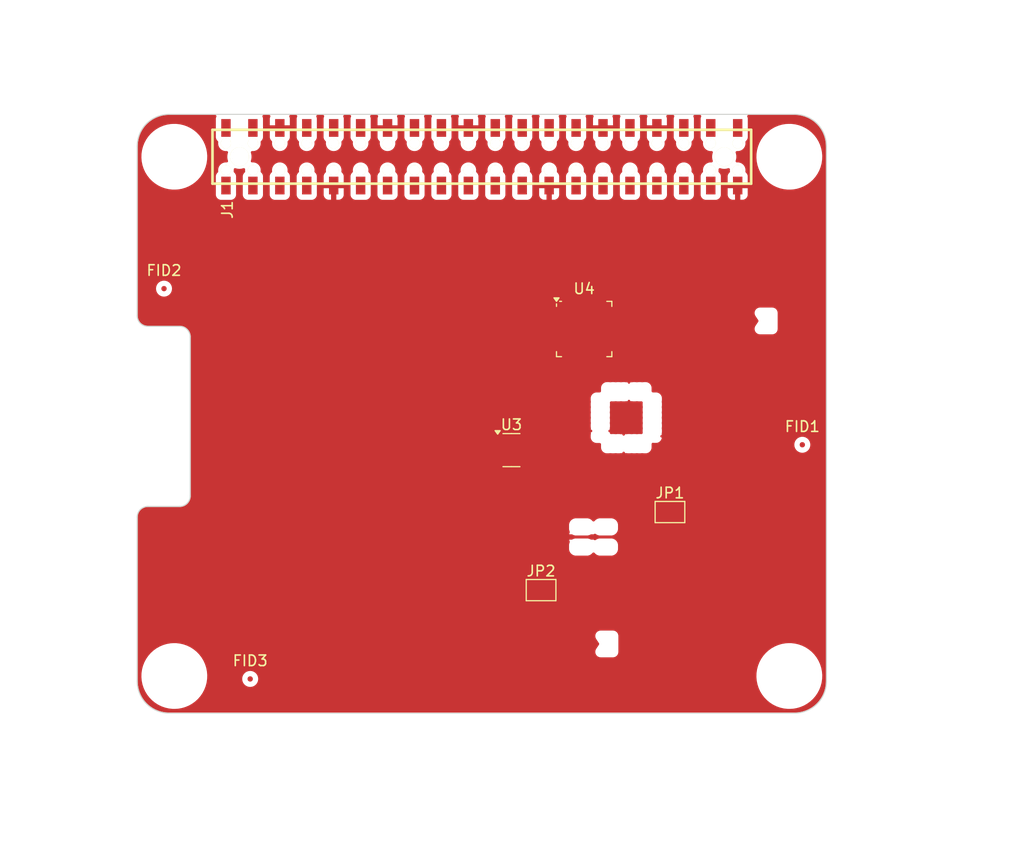
<source format=kicad_pcb>
(kicad_pcb (version 20221018) (generator pcbnew)
  (layers (0 "F.Cu" signal) (31 "B.Cu" signal) (34 "B.Paste" user) (35 "F.Paste" user) (36 "B.SilkS" user "B.Silkscreen") (37 "F.SilkS" user "F.Silkscreen") (38 "B.Mask" user) (39 "F.Mask" user) (44 "Edge.Cuts" user))
  (net 0 "")
  (net 1 "+3V3")
  (net 3 "+5V")
  (net 4 "/BCM_SDA")
  (net 6 "/BCM_SCL")
  (net 9 "/BCM_I2S_WCLK")
  (net 11 "/BCM_I2S_IN")
  (net 16 "/BCM_I2S_OUT")
  (net 17 "/BCM_CLK_25MHZ")
  (net 19 "Net-(JP2-B)")
  (net 20 "/BCM1_ID_SDA")
  (net 22 "/BCM1_ID_SCL")
  (net 23 "/BCM_GPIO13")
  (net 24 "Net-(JP1-B)")
  (net 33 "GND")
  (net 34 "Net-(U4-MCLK)")
  (net 36 "Net-(U4-WCLK)")
  (net 37 "Net-(U4-DIN{slash}MFP1)")
  (net 38 "Net-(U4-DOUT{slash}MFP2)")
  (net 45 "Net-(U4-REF)")
  (net 49 "Net-(U4-LOL)")
  (net 50 "Net-(U4-LOR)")
  (net 51 "Net-(U4-AVdd_OUT)")
  (net 54 "Net-(U4-DVdd_OUT)")
  (footprint "rpi_sa8x8hat:RPi_Hat_Mounting_Hole" (layer "F.Cu") (at 147.618 83.82)
    (fp_text reference "H2" hide)
    (fp_text value "MountingHole_Pad" hide)
    (pad "" np_thru_hole circle locked (at 0 0) (size 2.75 2.75) (drill 2.75) (layers "*.Cu" "*.Mask") (clearance 1.725))
    (pad "1" thru_hole circle locked (at 0 0) (size 1.524 1.524) (drill 0.762) (layers "*.Cu" "*.Mask") (net 33 "GND"))
  )
  (footprint "rpi_sa8x8hat:RPi_Hat_Mounting_Hole" (layer "F.Cu") (at 89.618 83.82)
    (fp_text reference "H1" hide)
    (fp_text value "MountingHole_Pad" hide)
    (pad "" np_thru_hole circle locked (at 0 0) (size 2.75 2.75) (drill 2.75) (layers "*.Cu" "*.Mask") (clearance 1.725))
    (pad "1" thru_hole circle locked (at 0 0) (size 1.524 1.524) (drill 0.762) (layers "*.Cu" "*.Mask") (net 33 "GND"))
  )
  (footprint "rpi_sa8x8hat:RPi_Hat_Mounting_Hole" (layer "F.Cu") (at 89.618 132.82)
    (fp_text reference "H3" hide)
    (fp_text value "MountingHole_Pad" hide)
    (pad "" np_thru_hole circle locked (at 0 0) (size 2.75 2.75) (drill 2.75) (layers "*.Cu" "*.Mask") (clearance 1.725))
    (pad "1" thru_hole circle locked (at 0 0) (size 1.524 1.524) (drill 0.762) (layers "*.Cu" "*.Mask") (net 33 "GND"))
  )
  (footprint "rpi_sa8x8hat:RPi_Hat_Mounting_Hole" (layer "F.Cu") (at 147.618 132.82)
    (fp_text reference "H4" hide)
    (fp_text value "MountingHole_Pad" hide)
    (pad "" np_thru_hole circle locked (at 0 0) (size 2.75 2.75) (drill 2.75) (layers "*.Cu" "*.Mask") (clearance 1.725))
    (pad "1" thru_hole circle locked (at 0 0) (size 1.524 1.524) (drill 0.762) (layers "*.Cu" "*.Mask") (net 33 "GND"))
  )
  (footprint "rpi_sa8x8hat:Samtec_HLE-120-02-XXX-DV-BE-XX-XX" (layer "F.Cu") (at 118.618 83.82 90)
    (fp_text reference "J1" (at -5 -24 90) (layer "F.SilkS"))
    (fp_text value "RPi_GPIO")
    (fp_line (start -2.54 -25.4) (end 2.54 -25.4) (stroke (width 0.254)) (layer "F.SilkS"))
    (fp_line (start -2.54 25.4) (end -2.54 -25.4) (stroke (width 0.254)) (layer "F.SilkS"))
    (fp_line (start 2.54 -25.4) (end 2.54 25.4) (stroke (width 0.254)) (layer "F.SilkS"))
    (fp_line (start 2.54 25.4) (end -2.54 25.4) (stroke (width 0.254)) (layer "F.SilkS"))
    (pad "" np_thru_hole circle locked (at -1.27 -24.13) (size 0.9652 0.9652) (drill 0.9652) (layers "*.Cu" "*.Mask" "F.SilkS"))
    (pad "" np_thru_hole circle locked (at -1.27 -21.59) (size 0.9652 0.9652) (drill 0.9652) (layers "*.Cu" "*.Mask" "F.SilkS"))
    (pad "" np_thru_hole circle locked (at -1.27 -19.05) (size 0.9652 0.9652) (drill 0.9652) (layers "*.Cu" "*.Mask" "F.SilkS"))
    (pad "" np_thru_hole circle locked (at -1.27 -16.51) (size 0.9652 0.9652) (drill 0.9652) (layers "*.Cu" "*.Mask" "F.SilkS"))
    (pad "" np_thru_hole circle locked (at -1.27 -13.97) (size 0.9652 0.9652) (drill 0.9652) (layers "*.Cu" "*.Mask" "F.SilkS"))
    (pad "" np_thru_hole circle locked (at -1.27 -11.43) (size 0.9652 0.9652) (drill 0.9652) (layers "*.Cu" "*.Mask" "F.SilkS"))
    (pad "" np_thru_hole circle locked (at -1.27 -8.89) (size 0.9652 0.9652) (drill 0.9652) (layers "*.Cu" "*.Mask" "F.SilkS"))
    (pad "" np_thru_hole circle locked (at -1.27 -6.35) (size 0.9652 0.9652) (drill 0.9652) (layers "*.Cu" "*.Mask" "F.SilkS"))
    (pad "" np_thru_hole circle locked (at -1.27 -3.81) (size 0.9652 0.9652) (drill 0.9652) (layers "*.Cu" "*.Mask" "F.SilkS"))
    (pad "" np_thru_hole circle locked (at -1.27 -1.27) (size 0.9652 0.9652) (drill 0.9652) (layers "*.Cu" "*.Mask" "F.SilkS"))
    (pad "" np_thru_hole circle locked (at -1.27 1.27) (size 0.9652 0.9652) (drill 0.9652) (layers "*.Cu" "*.Mask" "F.SilkS"))
    (pad "" np_thru_hole circle locked (at -1.27 3.81) (size 0.9652 0.9652) (drill 0.9652) (layers "*.Cu" "*.Mask" "F.SilkS"))
    (pad "" np_thru_hole circle locked (at -1.27 6.35) (size 0.9652 0.9652) (drill 0.9652) (layers "*.Cu" "*.Mask" "F.SilkS"))
    (pad "" np_thru_hole circle locked (at -1.27 8.89) (size 0.9652 0.9652) (drill 0.9652) (layers "*.Cu" "*.Mask" "F.SilkS"))
    (pad "" np_thru_hole circle locked (at -1.27 11.43) (size 0.9652 0.9652) (drill 0.9652) (layers "*.Cu" "*.Mask" "F.SilkS"))
    (pad "" np_thru_hole circle locked (at -1.27 13.97) (size 0.9652 0.9652) (drill 0.9652) (layers "*.Cu" "*.Mask" "F.SilkS"))
    (pad "" np_thru_hole circle locked (at -1.27 16.51) (size 0.9652 0.9652) (drill 0.9652) (layers "*.Cu" "*.Mask" "F.SilkS"))
    (pad "" np_thru_hole circle locked (at -1.27 19.05) (size 0.9652 0.9652) (drill 0.9652) (layers "*.Cu" "*.Mask" "F.SilkS"))
    (pad "" np_thru_hole circle locked (at -1.27 21.59) (size 0.9652 0.9652) (drill 0.9652) (layers "*.Cu" "*.Mask" "F.SilkS"))
    (pad "" np_thru_hole circle locked (at -1.27 24.13) (size 0.9652 0.9652) (drill 0.9652) (layers "*.Cu" "*.Mask" "F.SilkS"))
    (pad "" np_thru_hole circle locked (at 0 -22.86) (size 1.778 1.778) (drill 1.778) (layers "*.Cu" "*.Mask" "F.SilkS"))
    (pad "" np_thru_hole circle locked (at 0 22.86) (size 1.778 1.778) (drill 1.778) (layers "*.Cu" "*.Mask" "F.SilkS"))
    (pad "" np_thru_hole circle locked (at 1.27 -24.13) (size 0.9652 0.9652) (drill 0.9652) (layers "*.Cu" "*.Mask" "F.SilkS"))
    (pad "" np_thru_hole circle locked (at 1.27 -21.59) (size 0.9652 0.9652) (drill 0.9652) (layers "*.Cu" "*.Mask" "F.SilkS"))
    (pad "" np_thru_hole circle locked (at 1.27 -19.05) (size 0.9652 0.9652) (drill 0.9652) (layers "*.Cu" "*.Mask" "F.SilkS"))
    (pad "" np_thru_hole circle locked (at 1.27 -16.51) (size 0.9652 0.9652) (drill 0.9652) (layers "*.Cu" "*.Mask" "F.SilkS"))
    (pad "" np_thru_hole circle locked (at 1.27 -13.97) (size 0.9652 0.9652) (drill 0.9652) (layers "*.Cu" "*.Mask" "F.SilkS"))
    (pad "" np_thru_hole circle locked (at 1.27 -11.43) (size 0.9652 0.9652) (drill 0.9652) (layers "*.Cu" "*.Mask" "F.SilkS"))
    (pad "" np_thru_hole circle locked (at 1.27 -8.89) (size 0.9652 0.9652) (drill 0.9652) (layers "*.Cu" "*.Mask" "F.SilkS"))
    (pad "" np_thru_hole circle locked (at 1.27 -6.35) (size 0.9652 0.9652) (drill 0.9652) (layers "*.Cu" "*.Mask" "F.SilkS"))
    (pad "" np_thru_hole circle locked (at 1.27 -3.81) (size 0.9652 0.9652) (drill 0.9652) (layers "*.Cu" "*.Mask" "F.SilkS"))
    (pad "" np_thru_hole circle locked (at 1.27 -1.27) (size 0.9652 0.9652) (drill 0.9652) (layers "*.Cu" "*.Mask" "F.SilkS"))
    (pad "" np_thru_hole circle locked (at 1.27 1.27) (size 0.9652 0.9652) (drill 0.9652) (layers "*.Cu" "*.Mask" "F.SilkS"))
    (pad "" np_thru_hole circle locked (at 1.27 3.81) (size 0.9652 0.9652) (drill 0.9652) (layers "*.Cu" "*.Mask" "F.SilkS"))
    (pad "" np_thru_hole circle locked (at 1.27 6.35) (size 0.9652 0.9652) (drill 0.9652) (layers "*.Cu" "*.Mask" "F.SilkS"))
    (pad "" np_thru_hole circle locked (at 1.27 8.89) (size 0.9652 0.9652) (drill 0.9652) (layers "*.Cu" "*.Mask" "F.SilkS"))
    (pad "" np_thru_hole circle locked (at 1.27 11.43) (size 0.9652 0.9652) (drill 0.9652) (layers "*.Cu" "*.Mask" "F.SilkS"))
    (pad "" np_thru_hole circle locked (at 1.27 13.97) (size 0.9652 0.9652) (drill 0.9652) (layers "*.Cu" "*.Mask" "F.SilkS"))
    (pad "" np_thru_hole circle locked (at 1.27 16.51) (size 0.9652 0.9652) (drill 0.9652) (layers "*.Cu" "*.Mask" "F.SilkS"))
    (pad "" np_thru_hole circle locked (at 1.27 19.05) (size 0.9652 0.9652) (drill 0.9652) (layers "*.Cu" "*.Mask" "F.SilkS"))
    (pad "" np_thru_hole circle locked (at 1.27 21.59) (size 0.9652 0.9652) (drill 0.9652) (layers "*.Cu" "*.Mask" "F.SilkS"))
    (pad "" np_thru_hole circle locked (at 1.27 24.13) (size 0.9652 0.9652) (drill 0.9652) (layers "*.Cu" "*.Mask" "F.SilkS"))
    (pad "1" smd rect locked (at -2.7178 -24.13 180) (size 0.889 1.6764) (layers "F.Cu" "F.Paste" "F.Mask") (net 1 "+3V3"))
    (pad "2" smd rect locked (at 2.7178 -24.13 180) (size 0.889 1.6764) (layers "F.Cu" "F.Paste" "F.Mask") (net 3 "+5V"))
    (pad "3" smd rect locked (at -2.7178 -21.59 180) (size 0.889 1.6764) (layers "F.Cu" "F.Paste" "F.Mask") (net 4 "/BCM_SDA"))
    (pad "4" smd rect locked (at 2.7178 -21.59 180) (size 0.889 1.6764) (layers "F.Cu" "F.Paste" "F.Mask") (net 3 "+5V"))
    (pad "5" smd rect locked (at -2.7178 -19.05 180) (size 0.889 1.6764) (layers "F.Cu" "F.Paste" "F.Mask") (net 6 "/BCM_SCL"))
    (pad "6" smd rect locked (at 2.7178 -19.05 180) (size 0.889 1.6764) (layers "F.Cu" "F.Paste" "F.Mask") (net 33 "GND"))
    (pad "7" smd rect locked (at -2.7178 -16.51 180) (size 0.889 1.6764) (layers "F.Cu" "F.Paste" "F.Mask") (net 17 "/BCM_CLK_25MHZ"))
    (pad "8" smd rect locked (at 2.7178 -16.51 180) (size 0.889 1.6764) (layers "F.Cu" "F.Paste" "F.Mask"))
    (pad "9" smd rect locked (at -2.7178 -13.97 180) (size 0.889 1.6764) (layers "F.Cu" "F.Paste" "F.Mask") (net 33 "GND"))
    (pad "10" smd rect locked (at 2.7178 -13.97 180) (size 0.889 1.6764) (layers "F.Cu" "F.Paste" "F.Mask"))
    (pad "11" smd rect locked (at -2.7178 -11.43 180) (size 0.889 1.6764) (layers "F.Cu" "F.Paste" "F.Mask"))
    (pad "12" smd rect locked (at 2.7178 -11.43 180) (size 0.889 1.6764) (layers "F.Cu" "F.Paste" "F.Mask"))
    (pad "13" smd rect locked (at -2.7178 -8.89 180) (size 0.889 1.6764) (layers "F.Cu" "F.Paste" "F.Mask"))
    (pad "14" smd rect locked (at 2.7178 -8.89 180) (size 0.889 1.6764) (layers "F.Cu" "F.Paste" "F.Mask") (net 33 "GND"))
    (pad "15" smd rect locked (at -2.7178 -6.35 180) (size 0.889 1.6764) (layers "F.Cu" "F.Paste" "F.Mask"))
    (pad "16" smd rect locked (at 2.7178 -6.35 180) (size 0.889 1.6764) (layers "F.Cu" "F.Paste" "F.Mask"))
    (pad "17" smd rect locked (at -2.7178 -3.81 180) (size 0.889 1.6764) (layers "F.Cu" "F.Paste" "F.Mask") (net 1 "+3V3"))
    (pad "18" smd rect locked (at 2.7178 -3.81 180) (size 0.889 1.6764) (layers "F.Cu" "F.Paste" "F.Mask"))
    (pad "19" smd rect locked (at -2.7178 -1.27 180) (size 0.889 1.6764) (layers "F.Cu" "F.Paste" "F.Mask"))
    (pad "20" smd rect locked (at 2.7178 -1.27 180) (size 0.889 1.6764) (layers "F.Cu" "F.Paste" "F.Mask") (net 33 "GND"))
    (pad "21" smd rect locked (at -2.7178 1.27 180) (size 0.889 1.6764) (layers "F.Cu" "F.Paste" "F.Mask"))
    (pad "22" smd rect locked (at 2.7178 1.27 180) (size 0.889 1.6764) (layers "F.Cu" "F.Paste" "F.Mask"))
    (pad "23" smd rect locked (at -2.7178 3.81 180) (size 0.889 1.6764) (layers "F.Cu" "F.Paste" "F.Mask"))
    (pad "24" smd rect locked (at 2.7178 3.81 180) (size 0.889 1.6764) (layers "F.Cu" "F.Paste" "F.Mask"))
    (pad "25" smd rect locked (at -2.7178 6.35 180) (size 0.889 1.6764) (layers "F.Cu" "F.Paste" "F.Mask") (net 33 "GND"))
    (pad "26" smd rect locked (at 2.7178 6.35 180) (size 0.889 1.6764) (layers "F.Cu" "F.Paste" "F.Mask"))
    (pad "27" smd rect locked (at -2.7178 8.89 180) (size 0.889 1.6764) (layers "F.Cu" "F.Paste" "F.Mask") (net 20 "/BCM1_ID_SDA"))
    (pad "28" smd rect locked (at 2.7178 8.89 180) (size 0.889 1.6764) (layers "F.Cu" "F.Paste" "F.Mask") (net 22 "/BCM1_ID_SCL"))
    (pad "29" smd rect locked (at -2.7178 11.43 180) (size 0.889 1.6764) (layers "F.Cu" "F.Paste" "F.Mask"))
    (pad "30" smd rect locked (at 2.7178 11.43 180) (size 0.889 1.6764) (layers "F.Cu" "F.Paste" "F.Mask") (net 33 "GND"))
    (pad "31" smd rect locked (at -2.7178 13.97 180) (size 0.889 1.6764) (layers "F.Cu" "F.Paste" "F.Mask"))
    (pad "32" smd rect locked (at 2.7178 13.97 180) (size 0.889 1.6764) (layers "F.Cu" "F.Paste" "F.Mask"))
    (pad "33" smd rect locked (at -2.7178 16.51 180) (size 0.889 1.6764) (layers "F.Cu" "F.Paste" "F.Mask") (net 23 "/BCM_GPIO13"))
    (pad "34" smd rect locked (at 2.7178 16.51 180) (size 0.889 1.6764) (layers "F.Cu" "F.Paste" "F.Mask") (net 33 "GND"))
    (pad "35" smd rect locked (at -2.7178 19.05 180) (size 0.889 1.6764) (layers "F.Cu" "F.Paste" "F.Mask") (net 9 "/BCM_I2S_WCLK"))
    (pad "36" smd rect locked (at 2.7178 19.05 180) (size 0.889 1.6764) (layers "F.Cu" "F.Paste" "F.Mask"))
    (pad "37" smd rect locked (at -2.7178 21.59 180) (size 0.889 1.6764) (layers "F.Cu" "F.Paste" "F.Mask"))
    (pad "38" smd rect locked (at 2.7178 21.59 180) (size 0.889 1.6764) (layers "F.Cu" "F.Paste" "F.Mask") (net 11 "/BCM_I2S_IN"))
    (pad "39" smd rect locked (at -2.7178 24.13 180) (size 0.889 1.6764) (layers "F.Cu" "F.Paste" "F.Mask") (net 33 "GND"))
    (pad "40" smd rect locked (at 2.7178 24.13 180) (size 0.889 1.6764) (layers "F.Cu" "F.Paste" "F.Mask") (net 16 "/BCM_I2S_OUT"))
  )
  (footprint "Package_DFN_QFN:QFN-32-1EP_5x5mm_P0.5mm_EP3.7x3.7mm" (layer "F.Cu") (at 128.27 100.076)
    (fp_text reference "U4" (at 0 -3.8) (layer "F.SilkS"))
    (fp_text value "TLV320AIC3204")
    (fp_line (start -2.61 -2.135) (end -2.61 -2.37) (stroke (width 0.12)) (layer "F.SilkS"))
    (fp_line (start -2.61 2.61) (end -2.61 2.135) (stroke (width 0.12)) (layer "F.SilkS"))
    (fp_line (start -2.135 -2.61) (end -2.31 -2.61) (stroke (width 0.12)) (layer "F.SilkS"))
    (fp_line (start -2.135 2.61) (end -2.61 2.61) (stroke (width 0.12)) (layer "F.SilkS"))
    (fp_line (start 2.135 -2.61) (end 2.61 -2.61) (stroke (width 0.12)) (layer "F.SilkS"))
    (fp_line (start 2.135 2.61) (end 2.61 2.61) (stroke (width 0.12)) (layer "F.SilkS"))
    (fp_line (start 2.61 -2.61) (end 2.61 -2.135) (stroke (width 0.12)) (layer "F.SilkS"))
    (fp_line (start 2.61 2.61) (end 2.61 2.135) (stroke (width 0.12)) (layer "F.SilkS"))
    (fp_poly (pts (xy -2.61 -2.61) (xy -2.85 -2.94) (xy -2.37 -2.94) (xy -2.61 -2.61)) (stroke (width 0.12)) (fill solid) (layer "F.SilkS"))
    (pad "1" smd roundrect (at -2.45 -1.75) (size 0.8 0.25) (layers "F.Cu" "F.Paste" "F.Mask") (net 34 "Net-(U4-MCLK)"))
    (pad "2" smd roundrect (at -2.45 -1.25) (size 0.8 0.25) (layers "F.Cu" "F.Paste" "F.Mask"))
    (pad "3" smd roundrect (at -2.45 -0.75) (size 0.8 0.25) (layers "F.Cu" "F.Paste" "F.Mask") (net 36 "Net-(U4-WCLK)"))
    (pad "4" smd roundrect (at -2.45 -0.25) (size 0.8 0.25) (layers "F.Cu" "F.Paste" "F.Mask") (net 37 "Net-(U4-DIN{slash}MFP1)"))
    (pad "5" smd roundrect (at -2.45 0.25) (size 0.8 0.25) (layers "F.Cu" "F.Paste" "F.Mask") (net 38 "Net-(U4-DOUT{slash}MFP2)"))
    (pad "6" smd roundrect (at -2.45 0.75) (size 0.8 0.25) (layers "F.Cu" "F.Paste" "F.Mask") (net 1 "+3V3"))
    (pad "7" smd roundrect (at -2.45 1.25) (size 0.8 0.25) (layers "F.Cu" "F.Paste" "F.Mask") (net 33 "GND"))
    (pad "8" smd roundrect (at -2.45 1.75) (size 0.8 0.25) (layers "F.Cu" "F.Paste" "F.Mask"))
    (pad "9" smd roundrect (at -1.75 2.45) (size 0.25 0.8) (layers "F.Cu" "F.Paste" "F.Mask") (net 6 "/BCM_SCL"))
    (pad "10" smd roundrect (at -1.25 2.45) (size 0.25 0.8) (layers "F.Cu" "F.Paste" "F.Mask") (net 4 "/BCM_SDA"))
    (pad "11" smd roundrect (at -0.75 2.45) (size 0.25 0.8) (layers "F.Cu" "F.Paste" "F.Mask"))
    (pad "12" smd roundrect (at -0.25 2.45) (size 0.25 0.8) (layers "F.Cu" "F.Paste" "F.Mask") (net 33 "GND"))
    (pad "13" smd roundrect (at 0.25 2.45) (size 0.25 0.8) (layers "F.Cu" "F.Paste" "F.Mask"))
    (pad "14" smd roundrect (at 0.75 2.45) (size 0.25 0.8) (layers "F.Cu" "F.Paste" "F.Mask"))
    (pad "15" smd roundrect (at 1.25 2.45) (size 0.25 0.8) (layers "F.Cu" "F.Paste" "F.Mask"))
    (pad "16" smd roundrect (at 1.75 2.45) (size 0.25 0.8) (layers "F.Cu" "F.Paste" "F.Mask"))
    (pad "17" smd roundrect (at 2.45 1.75) (size 0.8 0.25) (layers "F.Cu" "F.Paste" "F.Mask") (net 33 "GND"))
    (pad "18" smd roundrect (at 2.45 1.25) (size 0.8 0.25) (layers "F.Cu" "F.Paste" "F.Mask") (net 45 "Net-(U4-REF)"))
    (pad "19" smd roundrect (at 2.45 0.75) (size 0.8 0.25) (layers "F.Cu" "F.Paste" "F.Mask"))
    (pad "20" smd roundrect (at 2.45 0.25) (size 0.8 0.25) (layers "F.Cu" "F.Paste" "F.Mask"))
    (pad "21" smd roundrect (at 2.45 -0.25) (size 0.8 0.25) (layers "F.Cu" "F.Paste" "F.Mask"))
    (pad "22" smd roundrect (at 2.45 -0.75) (size 0.8 0.25) (layers "F.Cu" "F.Paste" "F.Mask") (net 49 "Net-(U4-LOL)"))
    (pad "23" smd roundrect (at 2.45 -1.25) (size 0.8 0.25) (layers "F.Cu" "F.Paste" "F.Mask") (net 50 "Net-(U4-LOR)"))
    (pad "24" smd roundrect (at 2.45 -1.75) (size 0.8 0.25) (layers "F.Cu" "F.Paste" "F.Mask") (net 51 "Net-(U4-AVdd_OUT)"))
    (pad "25" smd roundrect (at 1.75 -2.45) (size 0.25 0.8) (layers "F.Cu" "F.Paste" "F.Mask"))
    (pad "26" smd roundrect (at 1.25 -2.45) (size 0.25 0.8) (layers "F.Cu" "F.Paste" "F.Mask") (net 1 "+3V3"))
    (pad "27" smd roundrect (at 0.75 -2.45) (size 0.25 0.8) (layers "F.Cu" "F.Paste" "F.Mask"))
    (pad "28" smd roundrect (at 0.25 -2.45) (size 0.25 0.8) (layers "F.Cu" "F.Paste" "F.Mask") (net 33 "GND"))
    (pad "29" smd roundrect (at -0.25 -2.45) (size 0.25 0.8) (layers "F.Cu" "F.Paste" "F.Mask") (net 54 "Net-(U4-DVdd_OUT)"))
    (pad "30" smd roundrect (at -0.75 -2.45) (size 0.25 0.8) (layers "F.Cu" "F.Paste" "F.Mask") (net 1 "+3V3"))
    (pad "31" smd roundrect (at -1.25 -2.45) (size 0.25 0.8) (layers "F.Cu" "F.Paste" "F.Mask") (net 23 "/BCM_GPIO13"))
    (pad "32" smd roundrect (at -1.75 -2.45) (size 0.25 0.8) (layers "F.Cu" "F.Paste" "F.Mask"))
    (pad "33" smd rect (at 0 0) (size 3.7 3.7) (property pad_prop_heatsink) (layers "F.Cu" "F.Mask") (net 33 "GND"))
  )
  (footprint "Fiducial:Fiducial_0.5mm_Mask1.5mm" (layer "F.Cu") (at 148.844 110.998)
    (fp_text reference "FID1" (at 0 -1.7145) (layer "F.SilkS"))
    (fp_text value "Fiducial")
    (pad "" smd circle (at 0 0) (size 0.5 0.5) (layers "F.Cu" "F.Mask") (clearance 0.5))
  )
  (footprint "Fiducial:Fiducial_0.5mm_Mask1.5mm" (layer "F.Cu") (at 96.774 133.096)
    (fp_text reference "FID3" (at 0 -1.7145) (layer "F.SilkS"))
    (fp_text value "Fiducial")
    (pad "" smd circle (at 0 0) (size 0.5 0.5) (layers "F.Cu" "F.Mask") (clearance 0.5))
  )
  (footprint "Package_TO_SOT_SMD:SOT-23-5" (layer "F.Cu") (at 121.412 111.506)
    (fp_text reference "U3" (at 0 -2.4) (layer "F.SilkS"))
    (fp_text value "AT24CS32-STUM")
    (fp_line (start 0 -1.56) (end -0.8 -1.56) (stroke (width 0.12)) (layer "F.SilkS"))
    (fp_line (start 0 -1.56) (end 0.8 -1.56) (stroke (width 0.12)) (layer "F.SilkS"))
    (fp_line (start 0 1.56) (end -0.8 1.56) (stroke (width 0.12)) (layer "F.SilkS"))
    (fp_line (start 0 1.56) (end 0.8 1.56) (stroke (width 0.12)) (layer "F.SilkS"))
    (fp_poly (pts (xy -1.3 -1.51) (xy -1.54 -1.84) (xy -1.06 -1.84) (xy -1.3 -1.51)) (stroke (width 0.12)) (fill solid) (layer "F.SilkS"))
    (pad "1" smd roundrect (at -1.1375 -0.95) (size 1.325 0.6) (layers "F.Cu" "F.Paste" "F.Mask") (net 22 "/BCM1_ID_SCL"))
    (pad "2" smd roundrect (at -1.1375 0) (size 1.325 0.6) (layers "F.Cu" "F.Paste" "F.Mask") (net 33 "GND"))
    (pad "3" smd roundrect (at -1.1375 0.95) (size 1.325 0.6) (layers "F.Cu" "F.Paste" "F.Mask") (net 20 "/BCM1_ID_SDA"))
    (pad "4" smd roundrect (at 1.1375 0.95) (size 1.325 0.6) (layers "F.Cu" "F.Paste" "F.Mask") (net 1 "+3V3"))
    (pad "5" smd roundrect (at 1.1375 -0.95) (size 1.325 0.6) (layers "F.Cu" "F.Paste" "F.Mask") (net 19 "Net-(JP2-B)"))
  )
  (footprint "Jumper:SolderJumper-2_P1.3mm_Open_TrianglePad1.0x1.5mm" (layer "F.Cu") (at 124.206 124.714)
    (fp_text reference "JP2" (at 0 -1.8) (layer "F.SilkS"))
    (fp_text value "SolderJumper_2_Open")
    (fp_line (start -1.4 -1) (end 1.4 -1) (stroke (width 0.12)) (layer "F.SilkS"))
    (fp_line (start -1.4 1) (end -1.4 -1) (stroke (width 0.12)) (layer "F.SilkS"))
    (fp_line (start 1.4 -1) (end 1.4 1) (stroke (width 0.12)) (layer "F.SilkS"))
    (fp_line (start 1.4 1) (end -1.4 1) (stroke (width 0.12)) (layer "F.SilkS"))
    (pad "1" smd custom (at -0.725 0) (size 0.3 0.3) (layers "F.Cu" "F.Mask") (net 33 "GND") (options (clearance outline) (anchor rect)) (primitives (gr_poly (pts (xy 1 0) (xy 0.5 0.75) (xy -0.5 0.75) (xy -0.5 -0.75) (xy 0.5 -0.75)) (width 0) (fill yes))))
    (pad "2" smd custom (at 0.725 0) (size 0.3 0.3) (layers "F.Cu" "F.Mask") (net 19 "Net-(JP2-B)") (options (clearance outline) (anchor rect)) (primitives (gr_poly (pts (xy 0.5 0.75) (xy -0.65 0.75) (xy -0.15 0) (xy -0.65 -0.75) (xy 0.5 -0.75)) (width 0) (fill yes))))
  )
  (footprint "Fiducial:Fiducial_0.5mm_Mask1.5mm" (layer "F.Cu") (at 88.646 96.266)
    (fp_text reference "FID2" (at 0 -1.7145) (layer "F.SilkS"))
    (fp_text value "Fiducial")
    (pad "" smd circle (at 0 0) (size 0.5 0.5) (layers "F.Cu" "F.Mask") (clearance 0.5))
  )
  (footprint "Jumper:SolderJumper-2_P1.3mm_Open_TrianglePad1.0x1.5mm" (layer "F.Cu") (at 136.361 117.348)
    (fp_text reference "JP1" (at 0 -1.8) (layer "F.SilkS"))
    (fp_text value "SolderJumper_2_Bridged")
    (fp_line (start -1.4 -1) (end 1.4 -1) (stroke (width 0.12)) (layer "F.SilkS"))
    (fp_line (start -1.4 1) (end -1.4 -1) (stroke (width 0.12)) (layer "F.SilkS"))
    (fp_line (start 1.4 -1) (end 1.4 1) (stroke (width 0.12)) (layer "F.SilkS"))
    (fp_line (start 1.4 1) (end -1.4 1) (stroke (width 0.12)) (layer "F.SilkS"))
    (pad "1" smd custom (at -0.725 0) (size 0.3 0.3) (layers "F.Cu" "F.Mask") (net 33 "GND") (options (clearance outline) (anchor rect)) (primitives (gr_poly (pts (xy 1 0) (xy 0.5 0.75) (xy -0.5 0.75) (xy -0.5 -0.75) (xy 0.5 -0.75)) (width 0) (fill yes))))
    (pad "2" smd custom (at 0.725 0) (size 0.3 0.3) (layers "F.Cu" "F.Mask") (net 24 "Net-(JP1-B)") (options (clearance outline) (anchor rect)) (primitives (gr_poly (pts (xy 0.5 0.75) (xy -0.65 0.75) (xy -0.15 0) (xy -0.65 -0.75) (xy 0.5 -0.75)) (width 0) (fill yes))))
  )
  (gr_arc locked (start 148.118 79.82) (mid 150.23932 80.69868) (end 151.118 82.82) (stroke (width 0.1)) (layer "Edge.Cuts"))
  (gr_arc locked (start 86.118 82.82) (mid 86.99668 80.69868) (end 89.118 79.82) (stroke (width 0.1)) (layer "Edge.Cuts"))
  (gr_arc locked (start 89.118 136.32) (mid 86.99668 135.44132) (end 86.118 133.32) (stroke (width 0.1)) (layer "Edge.Cuts"))
  (gr_arc locked (start 151.118 133.32) (mid 150.23932 135.44132) (end 148.118 136.32) (stroke (width 0.1)) (layer "Edge.Cuts"))
  (gr_arc locked (start 87.118 99.82) (mid 86.410893 99.527107) (end 86.118 98.82) (stroke (width 0.1)) (layer "Edge.Cuts"))
  (gr_arc locked (start 90.118 99.82) (mid 90.825107 100.112893) (end 91.118 100.82) (stroke (width 0.1)) (layer "Edge.Cuts"))
  (gr_arc locked (start 91.118 115.82) (mid 90.825107 116.527107) (end 90.118 116.82) (stroke (width 0.1)) (layer "Edge.Cuts"))
  (gr_arc locked (start 86.118 117.82) (mid 86.410893 117.112893) (end 87.118 116.82) (stroke (width 0.1)) (layer "Edge.Cuts"))
  (gr_line locked (start 151.118 82.82) (end 151.118 133.32) (stroke (width 0.1)) (layer "Edge.Cuts"))
  (gr_line locked (start 86.118 82.82) (end 86.118 98.82) (stroke (width 0.1)) (layer "Edge.Cuts"))
  (gr_line locked (start 87.118 99.82) (end 90.118 99.82) (stroke (width 0.1)) (layer "Edge.Cuts"))
  (gr_line locked (start 89.118 79.82) (end 148.118 79.82) (stroke (width 0.1)) (layer "Edge.Cuts"))
  (gr_line locked (start 89.118 136.32) (end 148.118 136.32) (stroke (width 0.1)) (layer "Edge.Cuts"))
  (gr_line locked (start 91.118 100.82) (end 91.118 115.82) (stroke (width 0.1)) (layer "Edge.Cuts"))
  (gr_line locked (start 86.118 117.82) (end 86.118 133.32) (stroke (width 0.1)) (layer "Edge.Cuts"))
  (gr_line locked (start 87.118 116.82) (end 90.118 116.82) (stroke (width 0.1)) (layer "Edge.Cuts"))
  (zone (net 33) (net_name "GND") (layers "F&B.Cu") (connect_pads (clearance 0.508)) (min_thickness 0.25) (fill yes (thermal_gap 0.5) (thermal_bridge_width 0.5) (smoothing chamfer))
    (polygon (pts (xy 78.994 139.954) (xy 156.972 139.954) (xy 157.988 138.938) (xy 157.988 73.406) (xy 157.734 73.152) (xy 78.994 73.152)))
  )
)
</source>
